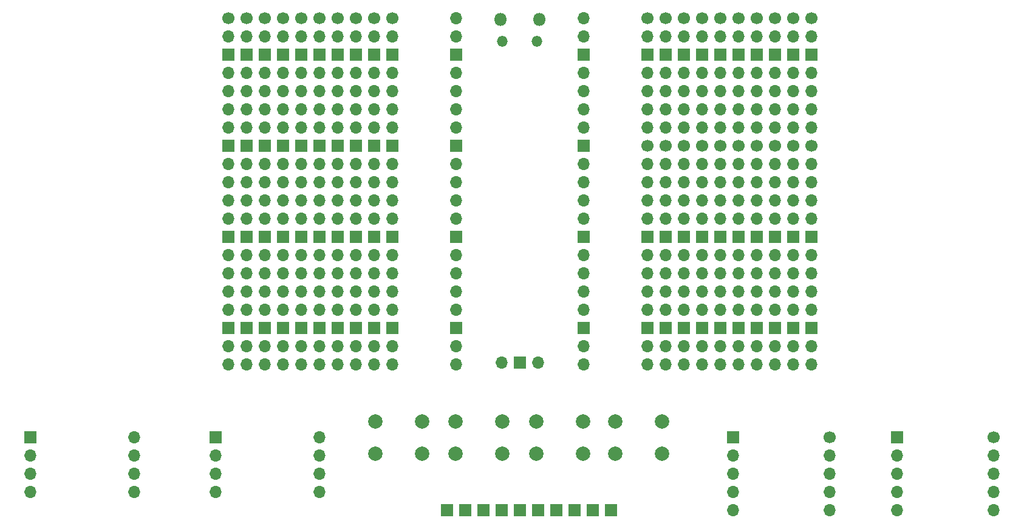
<source format=gbr>
%TF.GenerationSoftware,KiCad,Pcbnew,7.0.5-7.0.5~ubuntu22.04.1*%
%TF.CreationDate,2023-07-14T20:09:26+02:00*%
%TF.ProjectId,pico_breakout,7069636f-5f62-4726-9561-6b6f75742e6b,rev?*%
%TF.SameCoordinates,Original*%
%TF.FileFunction,Soldermask,Bot*%
%TF.FilePolarity,Negative*%
%FSLAX46Y46*%
G04 Gerber Fmt 4.6, Leading zero omitted, Abs format (unit mm)*
G04 Created by KiCad (PCBNEW 7.0.5-7.0.5~ubuntu22.04.1) date 2023-07-14 20:09:26*
%MOMM*%
%LPD*%
G01*
G04 APERTURE LIST*
%ADD10R,1.700000X1.700000*%
%ADD11O,1.700000X1.700000*%
%ADD12O,1.800000X1.800000*%
%ADD13O,1.500000X1.500000*%
%ADD14C,1.700000*%
%ADD15C,2.000000*%
G04 APERTURE END LIST*
D10*
%TO.C,SO-8*%
X84582000Y-93980000D03*
D11*
X84582000Y-96520000D03*
X84582000Y-99060000D03*
X84582000Y-101600000D03*
X99060000Y-101600000D03*
X99060000Y-99060000D03*
X99060000Y-96520000D03*
X99060000Y-93980000D03*
%TD*%
D12*
%TO.C,U1*%
X124275000Y-35690000D03*
D13*
X124575000Y-38720000D03*
X129425000Y-38720000D03*
D12*
X129725000Y-35690000D03*
D11*
X118110000Y-35560000D03*
X118110000Y-38100000D03*
D10*
X118110000Y-40640000D03*
D11*
X118110000Y-43180000D03*
X118110000Y-45720000D03*
X118110000Y-48260000D03*
X118110000Y-50800000D03*
D10*
X118110000Y-53340000D03*
D11*
X118110000Y-55880000D03*
X118110000Y-58420000D03*
X118110000Y-60960000D03*
X118110000Y-63500000D03*
D10*
X118110000Y-66040000D03*
D11*
X118110000Y-68580000D03*
X118110000Y-71120000D03*
X118110000Y-73660000D03*
X118110000Y-76200000D03*
D10*
X118110000Y-78740000D03*
D11*
X118110000Y-81280000D03*
X118110000Y-83820000D03*
X135890000Y-83820000D03*
X135890000Y-81280000D03*
D10*
X135890000Y-78740000D03*
D11*
X135890000Y-76200000D03*
X135890000Y-73660000D03*
X135890000Y-71120000D03*
X135890000Y-68580000D03*
D10*
X135890000Y-66040000D03*
D11*
X135890000Y-63500000D03*
X135890000Y-60960000D03*
X135890000Y-58420000D03*
X135890000Y-55880000D03*
D10*
X135890000Y-53340000D03*
D11*
X135890000Y-50800000D03*
X135890000Y-48260000D03*
X135890000Y-45720000D03*
X135890000Y-43180000D03*
D10*
X135890000Y-40640000D03*
D11*
X135890000Y-38100000D03*
X135890000Y-35560000D03*
X124460000Y-83590000D03*
D10*
X127000000Y-83590000D03*
D11*
X129540000Y-83590000D03*
%TD*%
D10*
%TO.C,SO-8*%
X58801000Y-93980000D03*
D11*
X58801000Y-96520000D03*
X58801000Y-99060000D03*
X58801000Y-101600000D03*
X73279000Y-101600000D03*
X73279000Y-99060000D03*
X73279000Y-96520000D03*
X73279000Y-93980000D03*
%TD*%
D14*
%TO.C,J4*%
X157480000Y-35560000D03*
X160020000Y-35560000D03*
X162560000Y-35560000D03*
X165100000Y-35560000D03*
X167640000Y-35560000D03*
D11*
X157480000Y-38100000D03*
X160020000Y-38100000D03*
X162560000Y-38100000D03*
X165100000Y-38100000D03*
X167640000Y-38100000D03*
D10*
X157480000Y-40640000D03*
X160020000Y-40640000D03*
X162560000Y-40640000D03*
X165100000Y-40640000D03*
X167640000Y-40640000D03*
D11*
X157480000Y-43180000D03*
X160020000Y-43180000D03*
X162560000Y-43180000D03*
X165100000Y-43180000D03*
X167640000Y-43180000D03*
X157480000Y-45720000D03*
X160020000Y-45720000D03*
X162560000Y-45720000D03*
X165100000Y-45720000D03*
X167640000Y-45720000D03*
X157480000Y-48260000D03*
X160020000Y-48260000D03*
X162560000Y-48260000D03*
X165100000Y-48260000D03*
X167640000Y-48260000D03*
X157480000Y-50800000D03*
X160020000Y-50800000D03*
X162560000Y-50800000D03*
X165100000Y-50800000D03*
X167640000Y-50800000D03*
D14*
X157480000Y-53340000D03*
X160020000Y-53340000D03*
X162560000Y-53340000D03*
X165100000Y-53340000D03*
X167640000Y-53340000D03*
D11*
X157480000Y-55880000D03*
X160020000Y-55880000D03*
X162560000Y-55880000D03*
X165100000Y-55880000D03*
X167640000Y-55880000D03*
X157480000Y-58420000D03*
X160020000Y-58420000D03*
X162560000Y-58420000D03*
X165100000Y-58420000D03*
X167640000Y-58420000D03*
X157480000Y-60960000D03*
X160020000Y-60960000D03*
X162560000Y-60960000D03*
X165100000Y-60960000D03*
X167640000Y-60960000D03*
X157480000Y-63500000D03*
X160020000Y-63500000D03*
X162560000Y-63500000D03*
X165100000Y-63500000D03*
X167640000Y-63500000D03*
D10*
X157480000Y-66040000D03*
X160020000Y-66040000D03*
X162560000Y-66040000D03*
X165100000Y-66040000D03*
X167640000Y-66040000D03*
D11*
X157480000Y-68580000D03*
X160020000Y-68580000D03*
X162560000Y-68580000D03*
X165100000Y-68580000D03*
X167640000Y-68580000D03*
X157480000Y-71120000D03*
X160020000Y-71120000D03*
X162560000Y-71120000D03*
X165100000Y-71120000D03*
X167640000Y-71120000D03*
X157480000Y-73660000D03*
X160020000Y-73660000D03*
X162560000Y-73660000D03*
X165100000Y-73660000D03*
X167640000Y-73660000D03*
X157480000Y-76200000D03*
X160020000Y-76200000D03*
X162560000Y-76200000D03*
X165100000Y-76200000D03*
X167640000Y-76200000D03*
D10*
X157480000Y-78740000D03*
X160020000Y-78740000D03*
X162560000Y-78740000D03*
X165100000Y-78740000D03*
X167640000Y-78740000D03*
D11*
X157480000Y-81280000D03*
X160020000Y-81280000D03*
X162560000Y-81280000D03*
X165100000Y-81280000D03*
X167640000Y-81280000D03*
X157480000Y-83820000D03*
X160020000Y-83820000D03*
X162560000Y-83820000D03*
X165100000Y-83820000D03*
X167640000Y-83820000D03*
%TD*%
D14*
%TO.C,J2*%
X144780000Y-35560000D03*
X147320000Y-35560000D03*
X149860000Y-35560000D03*
X152400000Y-35560000D03*
X154940000Y-35560000D03*
D11*
X144780000Y-38100000D03*
X147320000Y-38100000D03*
X149860000Y-38100000D03*
X152400000Y-38100000D03*
X154940000Y-38100000D03*
D10*
X144780000Y-40640000D03*
X147320000Y-40640000D03*
X149860000Y-40640000D03*
X152400000Y-40640000D03*
X154940000Y-40640000D03*
D11*
X144780000Y-43180000D03*
X147320000Y-43180000D03*
X149860000Y-43180000D03*
X152400000Y-43180000D03*
X154940000Y-43180000D03*
X144780000Y-45720000D03*
X147320000Y-45720000D03*
X149860000Y-45720000D03*
X152400000Y-45720000D03*
X154940000Y-45720000D03*
X144780000Y-48260000D03*
X147320000Y-48260000D03*
X149860000Y-48260000D03*
X152400000Y-48260000D03*
X154940000Y-48260000D03*
X144780000Y-50800000D03*
X147320000Y-50800000D03*
X149860000Y-50800000D03*
X152400000Y-50800000D03*
X154940000Y-50800000D03*
D14*
X144780000Y-53340000D03*
X147320000Y-53340000D03*
X149860000Y-53340000D03*
X152400000Y-53340000D03*
X154940000Y-53340000D03*
D11*
X144780000Y-55880000D03*
X147320000Y-55880000D03*
X149860000Y-55880000D03*
X152400000Y-55880000D03*
X154940000Y-55880000D03*
X144780000Y-58420000D03*
X147320000Y-58420000D03*
X149860000Y-58420000D03*
X152400000Y-58420000D03*
X154940000Y-58420000D03*
X144780000Y-60960000D03*
X147320000Y-60960000D03*
X149860000Y-60960000D03*
X152400000Y-60960000D03*
X154940000Y-60960000D03*
X144780000Y-63500000D03*
X147320000Y-63500000D03*
X149860000Y-63500000D03*
X152400000Y-63500000D03*
X154940000Y-63500000D03*
D10*
X144780000Y-66040000D03*
X147320000Y-66040000D03*
X149860000Y-66040000D03*
X152400000Y-66040000D03*
X154940000Y-66040000D03*
D11*
X144780000Y-68580000D03*
X147320000Y-68580000D03*
X149860000Y-68580000D03*
X152400000Y-68580000D03*
X154940000Y-68580000D03*
X144780000Y-71120000D03*
X147320000Y-71120000D03*
X149860000Y-71120000D03*
X152400000Y-71120000D03*
X154940000Y-71120000D03*
X144780000Y-73660000D03*
X147320000Y-73660000D03*
X149860000Y-73660000D03*
X152400000Y-73660000D03*
X154940000Y-73660000D03*
X144780000Y-76200000D03*
X147320000Y-76200000D03*
X149860000Y-76200000D03*
X152400000Y-76200000D03*
X154940000Y-76200000D03*
D10*
X144780000Y-78740000D03*
X147320000Y-78740000D03*
X149860000Y-78740000D03*
X152400000Y-78740000D03*
X154940000Y-78740000D03*
D11*
X144780000Y-81280000D03*
X147320000Y-81280000D03*
X149860000Y-81280000D03*
X152400000Y-81280000D03*
X154940000Y-81280000D03*
X144780000Y-83820000D03*
X147320000Y-83820000D03*
X149860000Y-83820000D03*
X152400000Y-83820000D03*
X154940000Y-83820000D03*
%TD*%
D14*
%TO.C,J3*%
X86360000Y-35560000D03*
X88900000Y-35560000D03*
X91440000Y-35560000D03*
X93980000Y-35560000D03*
X96520000Y-35560000D03*
D11*
X86360000Y-38100000D03*
X88900000Y-38100000D03*
X91440000Y-38100000D03*
X93980000Y-38100000D03*
X96520000Y-38100000D03*
D10*
X86360000Y-40640000D03*
X88900000Y-40640000D03*
X91440000Y-40640000D03*
X93980000Y-40640000D03*
X96520000Y-40640000D03*
D11*
X86360000Y-43180000D03*
X88900000Y-43180000D03*
X91440000Y-43180000D03*
X93980000Y-43180000D03*
X96520000Y-43180000D03*
X86360000Y-45720000D03*
X88900000Y-45720000D03*
X91440000Y-45720000D03*
X93980000Y-45720000D03*
X96520000Y-45720000D03*
X86360000Y-48260000D03*
X88900000Y-48260000D03*
X91440000Y-48260000D03*
X93980000Y-48260000D03*
X96520000Y-48260000D03*
X86360000Y-50800000D03*
X88900000Y-50800000D03*
X91440000Y-50800000D03*
X93980000Y-50800000D03*
X96520000Y-50800000D03*
D10*
X86360000Y-53340000D03*
X88900000Y-53340000D03*
X91440000Y-53340000D03*
X93980000Y-53340000D03*
X96520000Y-53340000D03*
D11*
X86360000Y-55880000D03*
X88900000Y-55880000D03*
X91440000Y-55880000D03*
X93980000Y-55880000D03*
X96520000Y-55880000D03*
X86360000Y-58420000D03*
X88900000Y-58420000D03*
X91440000Y-58420000D03*
X93980000Y-58420000D03*
X96520000Y-58420000D03*
X86360000Y-60960000D03*
X88900000Y-60960000D03*
X91440000Y-60960000D03*
X93980000Y-60960000D03*
X96520000Y-60960000D03*
X86360000Y-63500000D03*
X88900000Y-63500000D03*
X91440000Y-63500000D03*
X93980000Y-63500000D03*
X96520000Y-63500000D03*
D10*
X86360000Y-66040000D03*
X88900000Y-66040000D03*
X91440000Y-66040000D03*
X93980000Y-66040000D03*
X96520000Y-66040000D03*
D11*
X86360000Y-68580000D03*
X88900000Y-68580000D03*
X91440000Y-68580000D03*
X93980000Y-68580000D03*
X96520000Y-68580000D03*
X86360000Y-71120000D03*
X88900000Y-71120000D03*
X91440000Y-71120000D03*
X93980000Y-71120000D03*
X96520000Y-71120000D03*
X86360000Y-73660000D03*
X88900000Y-73660000D03*
X91440000Y-73660000D03*
X93980000Y-73660000D03*
X96520000Y-73660000D03*
X86360000Y-76200000D03*
X88900000Y-76200000D03*
X91440000Y-76200000D03*
X93980000Y-76200000D03*
X96520000Y-76200000D03*
D10*
X86360000Y-78740000D03*
X88900000Y-78740000D03*
X91440000Y-78740000D03*
X93980000Y-78740000D03*
X96520000Y-78740000D03*
D11*
X86360000Y-81280000D03*
X88900000Y-81280000D03*
X91440000Y-81280000D03*
X93980000Y-81280000D03*
X96520000Y-81280000D03*
X86360000Y-83820000D03*
X88900000Y-83820000D03*
X91440000Y-83820000D03*
X93980000Y-83820000D03*
X96520000Y-83820000D03*
%TD*%
D15*
%TO.C,SW1*%
X106915524Y-91730000D03*
X113415524Y-91730000D03*
X106915524Y-96230000D03*
X113415524Y-96230000D03*
%TD*%
%TO.C,SW2*%
X118065524Y-91730000D03*
X124565524Y-91730000D03*
X118065524Y-96230000D03*
X124565524Y-96230000D03*
%TD*%
%TO.C,SW4*%
X140315524Y-91730000D03*
X146815524Y-91730000D03*
X140315524Y-96230000D03*
X146815524Y-96230000D03*
%TD*%
D10*
%TO.C,SOT-32-10*%
X156740000Y-93980000D03*
D11*
X156740000Y-96520000D03*
X156740000Y-99060000D03*
X156740000Y-101600000D03*
X156740000Y-104140000D03*
X170180000Y-104140000D03*
X170180000Y-101600000D03*
X170180000Y-99060000D03*
X170180000Y-96520000D03*
D14*
X170180000Y-93980000D03*
%TD*%
%TO.C,J1*%
X99060000Y-35560000D03*
X101600000Y-35560000D03*
X104140000Y-35560000D03*
X106680000Y-35560000D03*
X109220000Y-35560000D03*
D11*
X99060000Y-38100000D03*
X101600000Y-38100000D03*
X104140000Y-38100000D03*
X106680000Y-38100000D03*
X109220000Y-38100000D03*
D10*
X99060000Y-40640000D03*
X101600000Y-40640000D03*
X104140000Y-40640000D03*
X106680000Y-40640000D03*
X109220000Y-40640000D03*
D11*
X99060000Y-43180000D03*
X101600000Y-43180000D03*
X104140000Y-43180000D03*
X106680000Y-43180000D03*
X109220000Y-43180000D03*
X99060000Y-45720000D03*
X101600000Y-45720000D03*
X104140000Y-45720000D03*
X106680000Y-45720000D03*
X109220000Y-45720000D03*
X99060000Y-48260000D03*
X101600000Y-48260000D03*
X104140000Y-48260000D03*
X106680000Y-48260000D03*
X109220000Y-48260000D03*
X99060000Y-50800000D03*
X101600000Y-50800000D03*
X104140000Y-50800000D03*
X106680000Y-50800000D03*
X109220000Y-50800000D03*
D10*
X99060000Y-53340000D03*
X101600000Y-53340000D03*
X104140000Y-53340000D03*
X106680000Y-53340000D03*
X109220000Y-53340000D03*
D11*
X99060000Y-55880000D03*
X101600000Y-55880000D03*
X104140000Y-55880000D03*
X106680000Y-55880000D03*
X109220000Y-55880000D03*
X99060000Y-58420000D03*
X101600000Y-58420000D03*
X104140000Y-58420000D03*
X106680000Y-58420000D03*
X109220000Y-58420000D03*
X99060000Y-60960000D03*
X101600000Y-60960000D03*
X104140000Y-60960000D03*
X106680000Y-60960000D03*
X109220000Y-60960000D03*
X99060000Y-63500000D03*
X101600000Y-63500000D03*
X104140000Y-63500000D03*
X106680000Y-63500000D03*
X109220000Y-63500000D03*
D10*
X99060000Y-66040000D03*
X101600000Y-66040000D03*
X104140000Y-66040000D03*
X106680000Y-66040000D03*
X109220000Y-66040000D03*
D11*
X99060000Y-68580000D03*
X101600000Y-68580000D03*
X104140000Y-68580000D03*
X106680000Y-68580000D03*
X109220000Y-68580000D03*
X99060000Y-71120000D03*
X101600000Y-71120000D03*
X104140000Y-71120000D03*
X106680000Y-71120000D03*
X109220000Y-71120000D03*
X99060000Y-73660000D03*
X101600000Y-73660000D03*
X104140000Y-73660000D03*
X106680000Y-73660000D03*
X109220000Y-73660000D03*
X99060000Y-76200000D03*
X101600000Y-76200000D03*
X104140000Y-76200000D03*
X106680000Y-76200000D03*
X109220000Y-76200000D03*
D10*
X99060000Y-78740000D03*
X101600000Y-78740000D03*
X104140000Y-78740000D03*
X106680000Y-78740000D03*
X109220000Y-78740000D03*
D11*
X99060000Y-81280000D03*
X101600000Y-81280000D03*
X104140000Y-81280000D03*
X106680000Y-81280000D03*
X109220000Y-81280000D03*
X99060000Y-83820000D03*
X101600000Y-83820000D03*
X104140000Y-83820000D03*
X106680000Y-83820000D03*
X109220000Y-83820000D03*
%TD*%
D10*
%TO.C,REF\u002A\u002A*%
X116840000Y-104140000D03*
X119380000Y-104140000D03*
X121920000Y-104140000D03*
X124460000Y-104140000D03*
X127000000Y-104140000D03*
X129540000Y-104140000D03*
X132080000Y-104140000D03*
X134620000Y-104140000D03*
X137160000Y-104140000D03*
X139700000Y-104140000D03*
%TD*%
D15*
%TO.C,SW3*%
X129315524Y-91730000D03*
X135815524Y-91730000D03*
X129315524Y-96230000D03*
X135815524Y-96230000D03*
%TD*%
D10*
%TO.C,SOT-32-10*%
X179600000Y-93980000D03*
D11*
X179600000Y-96520000D03*
X179600000Y-99060000D03*
X179600000Y-101600000D03*
X179600000Y-104140000D03*
X193040000Y-104140000D03*
X193040000Y-101600000D03*
X193040000Y-99060000D03*
X193040000Y-96520000D03*
D14*
X193040000Y-93980000D03*
%TD*%
M02*

</source>
